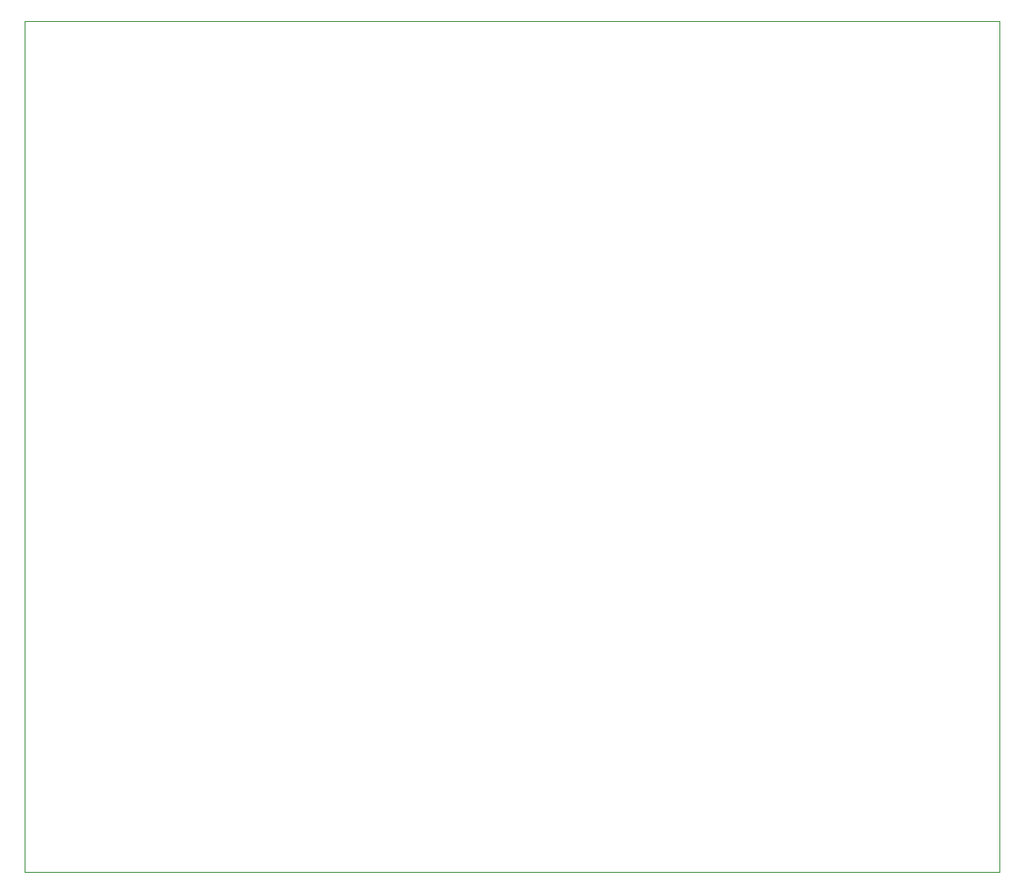
<source format=gbr>
%TF.GenerationSoftware,Altium Limited,Altium Designer,24.9.1 (31)*%
G04 Layer_Color=0*
%FSLAX45Y45*%
%MOMM*%
%TF.SameCoordinates,83ADD26A-4C95-4E02-96E4-27C39B5E4718*%
%TF.FilePolarity,Positive*%
%TF.FileFunction,Profile,NP*%
%TF.Part,Single*%
G01*
G75*
%TA.AperFunction,Profile*%
%ADD68C,0.02540*%
D68*
X8400000Y11450000D02*
X17800000D01*
Y3250000D01*
X8400000D01*
Y11450000D01*
%TF.MD5,0facda93b6c1d7d648c29adbce7b4e96*%
M02*

</source>
